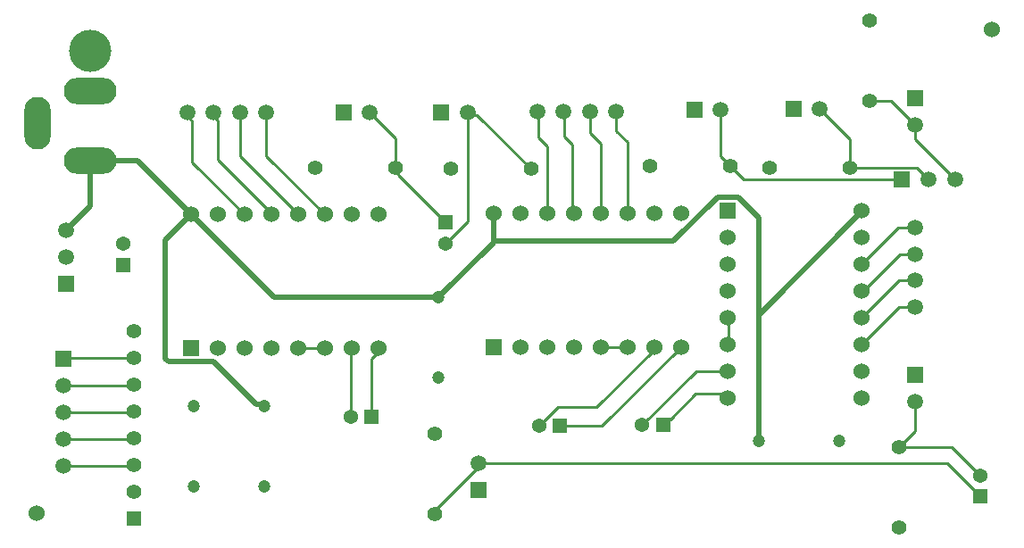
<source format=gbr>
%TF.GenerationSoftware,Altium Limited,Altium Designer,20.1.12 (249)*%
G04 Layer_Physical_Order=1*
G04 Layer_Color=255*
%FSLAX26Y26*%
%MOIN*%
%TF.SameCoordinates,01E7709E-0BC1-400C-968F-F7AE8F8D3573*%
%TF.FilePolarity,Positive*%
%TF.FileFunction,Copper,L1,Top,Signal*%
%TF.Part,Single*%
G01*
G75*
%TA.AperFunction,Conductor*%
%ADD10C,0.010000*%
%ADD11C,0.020000*%
%TA.AperFunction,WasherPad*%
%ADD12C,0.060000*%
%TA.AperFunction,ComponentPad*%
%ADD13C,0.059370*%
%ADD14R,0.059370X0.059370*%
%ADD15R,0.059370X0.059370*%
%ADD16C,0.060236*%
%ADD17R,0.060236X0.060236*%
%ADD18C,0.053858*%
%ADD19R,0.053858X0.053858*%
%ADD20C,0.055118*%
%ADD21R,0.053858X0.053858*%
%ADD22C,0.047244*%
%ADD23R,0.060236X0.060236*%
%ADD24C,0.055039*%
%ADD25R,0.055039X0.055039*%
%ADD26R,0.059055X0.059055*%
%ADD27C,0.059055*%
%ADD28O,0.196850X0.098425*%
%ADD29O,0.196850X0.098425*%
%ADD30O,0.098425X0.196850*%
%ADD31C,0.157480*%
D10*
X3533976Y330000D02*
X3658347Y205630D01*
X1785000Y330000D02*
X3533976D01*
X1785000Y317209D02*
Y330000D01*
X2088740Y470000D02*
X2245000D01*
X2540000Y765000D01*
X2010000Y470000D02*
X2080000Y540000D01*
X2225000D02*
X2440000Y755000D01*
Y765000D01*
X2080000Y540000D02*
X2225000D01*
X2496299Y495276D02*
X2500276D01*
X2595000Y590000D01*
X2686406D01*
X2701406Y575000D01*
X2715000D01*
X3355000Y390000D02*
X3552717D01*
X3658347Y284370D01*
X3415000Y450000D02*
Y560787D01*
X3355000Y390000D02*
X3415000Y450000D01*
X2340000Y1265000D02*
Y1530000D01*
X2298425Y1571575D02*
Y1645000D01*
Y1571575D02*
X2340000Y1530000D01*
X2200000Y1565000D02*
Y1645000D01*
X2240000Y1265000D02*
Y1525000D01*
X2200000Y1565000D02*
X2240000Y1525000D01*
X1752872Y1630553D02*
X1779447D01*
X1980000Y1430000D01*
X1661653Y1150630D02*
X1743425Y1232402D01*
Y1640000D01*
X1752872Y1630553D01*
X3415000Y1540000D02*
Y1595000D01*
X3565000Y1390000D02*
Y1390000D01*
X3415000Y1540000D02*
X3565000Y1390000D01*
X3325000Y1685000D02*
X3415000Y1595000D01*
X2474370Y473346D02*
X2496299Y495276D01*
X992008Y1477992D02*
Y1639134D01*
Y1477992D02*
X1210000Y1260000D01*
X893583Y1476417D02*
Y1639134D01*
Y1476417D02*
X1110000Y1260000D01*
X1010000D02*
Y1265000D01*
X810000Y1465000D02*
Y1610932D01*
Y1465000D02*
X1010000Y1265000D01*
X715000Y1455000D02*
Y1608591D01*
Y1455000D02*
X910000Y1260000D01*
X1475000Y1435000D02*
Y1543425D01*
X1378425Y1640000D02*
Y1640000D01*
Y1640000D02*
X1475000Y1543425D01*
Y1435000D02*
X1483633Y1426367D01*
Y1407391D02*
X1661653Y1229370D01*
X1483633Y1407391D02*
Y1426367D01*
X3245000Y1685000D02*
X3325000D01*
X2775000Y1390000D02*
X3365000D01*
X2725000Y1440000D02*
X2775000Y1390000D01*
X3170000Y1435000D02*
X3420000D01*
X3465000Y1390000D01*
X3058425Y1653347D02*
X3170000Y1541772D01*
Y1435000D02*
Y1541772D01*
X2689213Y1475787D02*
Y1650000D01*
Y1475787D02*
X2725000Y1440000D01*
X3215000Y975000D02*
X3220000D01*
X3356850Y1111850D01*
X3415000D01*
X3350276Y1210276D02*
X3415000D01*
X3215000Y1075000D02*
X3350276Y1210276D01*
X3353425Y1013425D02*
X3415000D01*
X3215000Y875000D02*
X3353425Y1013425D01*
X3355000Y915000D02*
X3415000D01*
X3215000Y775000D02*
X3355000Y915000D01*
X1385000Y505000D02*
Y721406D01*
X1410000Y746406D01*
Y760000D01*
X1308130Y758130D02*
X1310000Y760000D01*
X1308130Y506870D02*
Y758130D01*
X1306260Y505000D02*
X1308130Y506870D01*
X1620000Y140000D02*
Y152209D01*
X1785000Y317209D01*
X2395630Y473346D02*
X2597283Y675000D01*
X2715000D01*
X2105000Y1550000D02*
Y1641575D01*
X2135000Y1270000D02*
X2140000Y1265000D01*
X2105000Y1550000D02*
X2135000Y1520000D01*
Y1270000D02*
Y1520000D01*
X2101575Y1645000D02*
X2105000Y1641575D01*
X2008172Y1546828D02*
Y1639978D01*
X2040000Y1265000D02*
Y1515000D01*
X2008172Y1546828D02*
X2040000Y1515000D01*
X2003150Y1645000D02*
X2008172Y1639978D01*
X696732Y1626859D02*
Y1639134D01*
Y1626859D02*
X715000Y1608591D01*
X795158Y1625774D02*
Y1639134D01*
Y1625774D02*
X810000Y1610932D01*
X2719213Y773346D02*
Y873346D01*
X2240000Y765000D02*
X2340000D01*
X1110000Y760000D02*
X1210000D01*
X497539Y321673D02*
X499213Y323346D01*
X236673Y321673D02*
X497539D01*
X235000Y320000D02*
X236673Y321673D01*
X497539Y421673D02*
X499213Y423346D01*
X236673Y421673D02*
X497539D01*
X235000Y420000D02*
X236673Y421673D01*
X497539Y521673D02*
X499213Y523346D01*
X236673Y521673D02*
X497539D01*
X235000Y520000D02*
X236673Y521673D01*
X497539Y621673D02*
X499213Y623346D01*
X236673Y621673D02*
X497539D01*
X235000Y620000D02*
X236673Y621673D01*
X238346Y723346D02*
X499213D01*
X235000Y720000D02*
X238346Y723346D01*
D11*
X2830000Y885000D02*
Y1248520D01*
X2753402Y1325118D02*
X2830000Y1248520D01*
X1840000Y1160000D02*
X2511480D01*
X2676598Y1325118D01*
X2753402D01*
X1635000Y950000D02*
X1840000Y1155000D01*
X2830000Y415000D02*
Y885000D01*
X3215000Y1270000D02*
Y1275000D01*
X2830000Y885000D02*
X3215000Y1270000D01*
X796193Y710000D02*
X855789Y650404D01*
X855789D01*
X979787Y550213D02*
X985000Y545000D01*
X955981Y550213D02*
X979787D01*
X855789Y650404D02*
X955981Y550213D01*
X748520Y710000D02*
X796193D01*
X748402Y709882D02*
X748520Y710000D01*
X626716Y709882D02*
X748402D01*
X615000Y1165000D02*
X710000Y1260000D01*
X615000Y721598D02*
X626716Y709882D01*
X615000Y721598D02*
Y1165000D01*
X1840000Y1155000D02*
Y1265000D01*
X710000Y1260000D02*
X1020000Y950000D01*
X1635000D01*
X245000Y1200000D02*
X335000Y1290000D01*
Y1460158D01*
X509842D01*
X710000Y1260000D01*
D12*
X3700000Y1950000D02*
D03*
X135000Y145000D02*
D03*
D13*
X3415000Y1210276D02*
D03*
Y1111850D02*
D03*
Y915000D02*
D03*
Y1013425D02*
D03*
X3565000Y1390000D02*
D03*
X3465000D02*
D03*
X3415000Y1595000D02*
D03*
X696732Y1639134D02*
D03*
X795158D02*
D03*
X992008D02*
D03*
X893583D02*
D03*
X3415000Y560787D02*
D03*
X3058425Y1653347D02*
D03*
X2689213Y1650000D02*
D03*
X2200000Y1645000D02*
D03*
X2298425D02*
D03*
X2101575D02*
D03*
X2003150D02*
D03*
X1743425Y1640000D02*
D03*
X1378425D02*
D03*
X245000Y1200000D02*
D03*
Y1100000D02*
D03*
D14*
X3365000Y1390000D02*
D03*
X2960000Y1653347D02*
D03*
X2590787Y1650000D02*
D03*
X1645000Y1640000D02*
D03*
X1280000D02*
D03*
D15*
X3415000Y1693425D02*
D03*
Y659213D02*
D03*
X245000Y1000000D02*
D03*
D16*
X710000Y1260000D02*
D03*
X810000D02*
D03*
X910000D02*
D03*
X1010000D02*
D03*
X1110000D02*
D03*
X1210000D02*
D03*
X1310000D02*
D03*
X1410000D02*
D03*
Y760000D02*
D03*
X1310000D02*
D03*
X1210000D02*
D03*
X1110000D02*
D03*
X1010000D02*
D03*
X910000D02*
D03*
X810000D02*
D03*
X3215000Y1275000D02*
D03*
Y1175000D02*
D03*
Y1075000D02*
D03*
Y975000D02*
D03*
Y875000D02*
D03*
Y775000D02*
D03*
Y675000D02*
D03*
Y575000D02*
D03*
X2715000D02*
D03*
Y675000D02*
D03*
Y775000D02*
D03*
Y875000D02*
D03*
Y975000D02*
D03*
Y1075000D02*
D03*
Y1175000D02*
D03*
X1840000Y1265000D02*
D03*
X1940000D02*
D03*
X2040000D02*
D03*
X2140000D02*
D03*
X2240000D02*
D03*
X2340000D02*
D03*
X2440000D02*
D03*
X2540000D02*
D03*
Y765000D02*
D03*
X2440000D02*
D03*
X2340000D02*
D03*
X2240000D02*
D03*
X2140000D02*
D03*
X2040000D02*
D03*
X1940000D02*
D03*
D17*
X710000Y760000D02*
D03*
X1840000Y765000D02*
D03*
D18*
X2010000Y470000D02*
D03*
X2395630Y473346D02*
D03*
X1661653Y1150630D02*
D03*
X1306260Y505000D02*
D03*
X3658347Y284370D02*
D03*
X458346Y1149370D02*
D03*
D19*
X2088740Y470000D02*
D03*
X2474370Y473346D02*
D03*
X1385000Y505000D02*
D03*
D20*
X3245000Y1685000D02*
D03*
Y1985000D02*
D03*
X3355000Y90000D02*
D03*
Y390000D02*
D03*
X2870000Y1435000D02*
D03*
X3170000D02*
D03*
X2425000Y1440000D02*
D03*
X2725000D02*
D03*
X1680000Y1430000D02*
D03*
X1980000D02*
D03*
X1175000Y1435000D02*
D03*
X1475000D02*
D03*
X1620000Y440000D02*
D03*
Y140000D02*
D03*
D21*
X1661653Y1229370D02*
D03*
X3658347Y205630D02*
D03*
X458346Y1070630D02*
D03*
D22*
X720000Y545000D02*
D03*
Y245000D02*
D03*
X985000D02*
D03*
Y545000D02*
D03*
X1635000Y650000D02*
D03*
Y950000D02*
D03*
X3130000Y415000D02*
D03*
X2830000D02*
D03*
D23*
X2715000Y1275000D02*
D03*
D24*
X499213Y823346D02*
D03*
Y723346D02*
D03*
Y623346D02*
D03*
Y523346D02*
D03*
Y423346D02*
D03*
Y323346D02*
D03*
Y223346D02*
D03*
D25*
Y123347D02*
D03*
D26*
X235000Y720000D02*
D03*
X1785000Y230000D02*
D03*
D27*
X235000Y620000D02*
D03*
Y520000D02*
D03*
Y420000D02*
D03*
Y320000D02*
D03*
X1785000Y330000D02*
D03*
D28*
X335000Y1720000D02*
D03*
D29*
Y1460158D02*
D03*
D30*
X138150Y1599921D02*
D03*
D31*
X335000Y1869606D02*
D03*
%TF.MD5,e62486fc01b2b8b6f2691d5b2469e667*%
M02*

</source>
